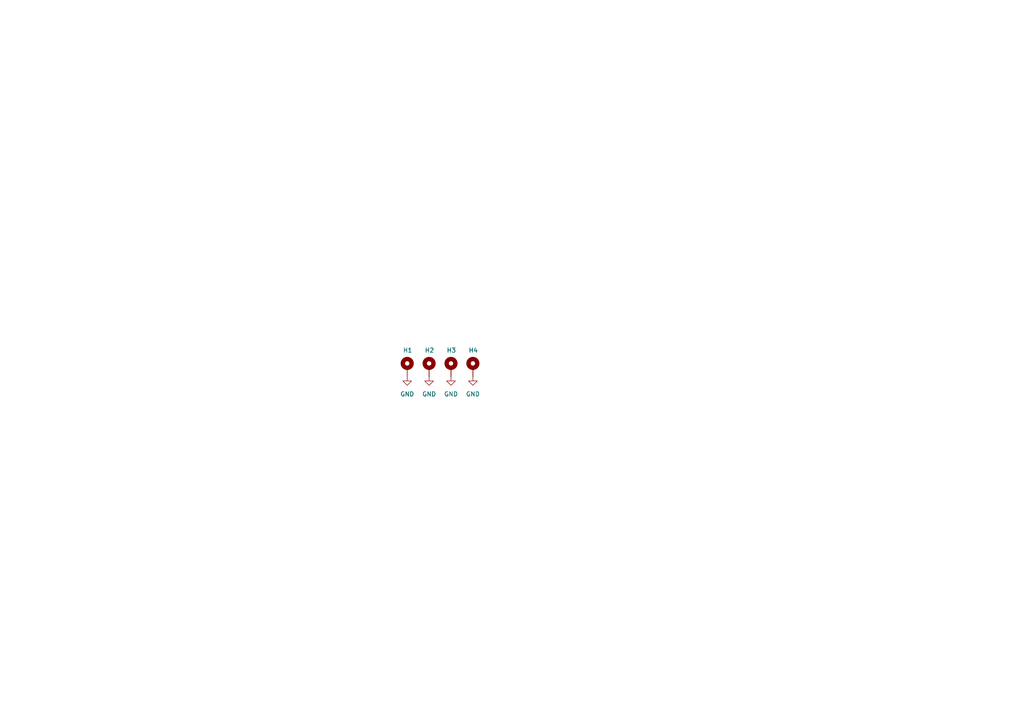
<source format=kicad_sch>
(kicad_sch (version 20230121) (generator eeschema)
  (paper "A4")
  (lib_symbols
    (symbol "Mechanical:MountingHole_Pad" (pin_numbers hide) (pin_names (offset 1.016) hide)
      (property "Reference" "H" (at 0 6.35 0))
      (property "Value" "MountingHole_Pad" (at 0 4.445 0))
      (symbol "MountingHole_Pad_0_1"
        (circle (center 0 1.27) (radius 1.27) (stroke (width 1.27)))
      )
      (symbol "MountingHole_Pad_1_1"
        (pin input line (at 0 -2.54 90) (length 2.54) (name "1") (number "1"))
      )
    )
    (symbol "power:GND" (power) (pin_names (offset 0))
      (property "Value" "GND" (at 0 -3.81 0))
      (symbol "GND_0_1"
        (polyline (pts (xy 0 0) (xy 0 -1.27) (xy 1.27 -1.27) (xy 0 -2.54) (xy -1.27 -1.27) (xy 0 -1.27)))
      )
      (symbol "GND_1_1"
        (pin power_in line (at 0 0 270) (length 0) hide (name "GND") (number "1"))
      )
    )
  )
  (symbol (lib_id "power:GND") (at 137.16 109.22 0) (unit 1)
    (property "Reference" "#PWR04" (effects hide))
    (property "Value" "GND" (at 137.16 114.3 0))
  )
  (symbol (lib_id "Mechanical:MountingHole_Pad") (at 124.46 106.68 0) (unit 1)
    (property "Reference" "H2" (at 123.19 101.6 0) (effects (justify left)))
    (property "Value" "MountingHole_Pad" (effects hide))
    (property "Footprint" "MountingHole:MountingHole_4.3mm_M4_Pad" (effects hide))
  )
  (symbol (lib_id "power:GND") (at 130.81 109.22 0) (unit 1)
    (property "Reference" "#PWR03" (effects hide))
    (property "Value" "GND" (at 130.81 114.3 0))
  )
  (symbol (lib_id "Mechanical:MountingHole_Pad") (at 118.11 106.68 0) (unit 1)
    (property "Reference" "H1" (at 116.84 101.6 0) (effects (justify left)))
    (property "Value" "MountingHole_Pad" (effects hide))
    (property "Footprint" "MountingHole:MountingHole_4.3mm_M4_Pad" (effects hide))
  )
  (symbol (lib_id "Mechanical:MountingHole_Pad") (at 137.16 106.68 0) (unit 1)
    (property "Reference" "H4" (at 135.89 101.6 0) (effects (justify left)))
    (property "Value" "MountingHole_Pad" (effects hide))
    (property "Footprint" "MountingHole:MountingHole_4.3mm_M4_Pad" (effects hide))
  )
  (symbol (lib_id "power:GND") (at 118.11 109.22 0) (unit 1)
    (property "Reference" "#PWR01" (effects hide))
    (property "Value" "GND" (at 118.11 114.3 0))
  )
  (symbol (lib_id "power:GND") (at 124.46 109.22 0) (unit 1)
    (property "Reference" "#PWR02" (effects hide))
    (property "Value" "GND" (at 124.46 114.3 0))
  )
  (symbol (lib_id "Mechanical:MountingHole_Pad") (at 130.81 106.68 0) (unit 1)
    (property "Reference" "H3" (at 129.54 101.6 0) (effects (justify left)))
    (property "Value" "MountingHole_Pad" (effects hide))
    (property "Footprint" "MountingHole:MountingHole_4.3mm_M4_Pad" (effects hide))
  )
)
</source>
